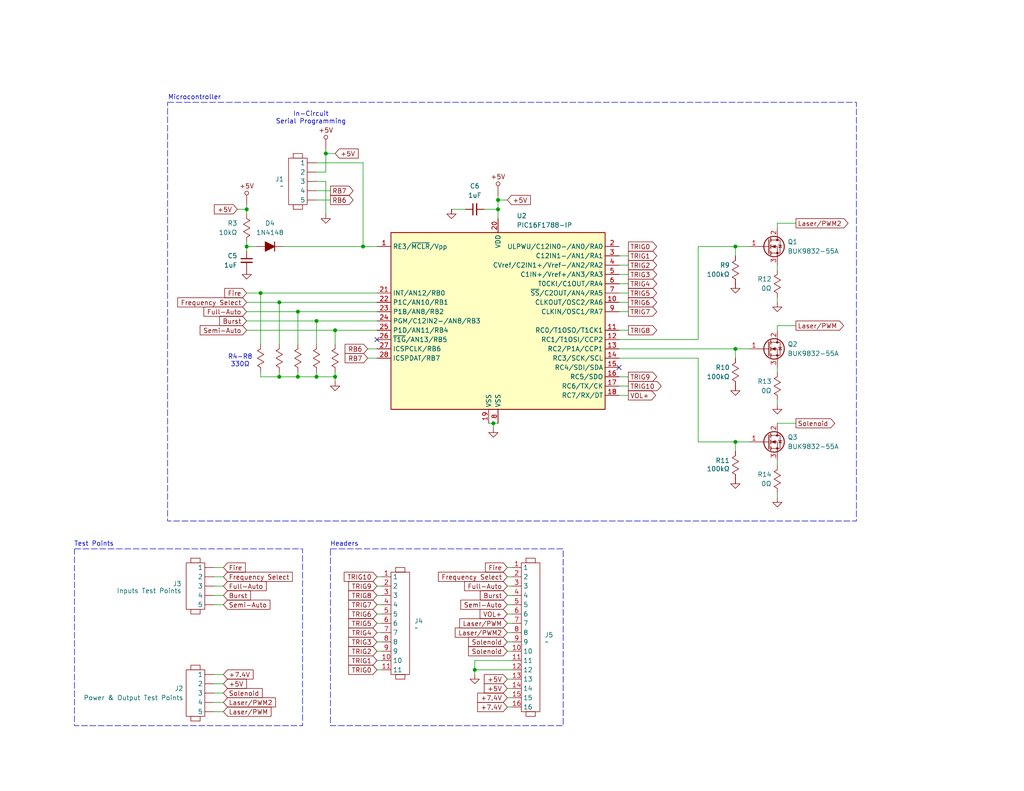
<source format=kicad_sch>
(kicad_sch (version 20231120) (generator "eeschema") (generator_version "8.0")
  (paper "A")
  (title_block (title "Blaster Bottom") (date "2025-04-18") (rev "A") (company "Idaho State University"))
  (lib_symbols
    (symbol "AW_Libraries_Power:GND" (power) (pin_numbers hide) (pin_names (offset 0) hide) (in_bom no) (on_board no)
      (symbol "GND_0_1"
        (polyline (pts (xy -1.27 0) (xy 1.27 0) (xy 0 -1.27) (xy -1.27 0)))
      )
      (symbol "GND_1_1"
        (pin input line (at 0 1.27 270) (length 1.27) (name "GND") (number ""))
      )
    )
    (symbol "Device:C_Small" (pin_numbers hide) (pin_names (offset 0.254) hide)
      (property "Reference" "C" (at 0.254 1.778 0))
      (property "Value" "C_Small" (at 0.254 -2.032 0))
      (symbol "C_Small_0_1"
        (polyline (pts (xy -1.524 -0.508) (xy 1.524 -0.508)) (stroke (width 0.3302)))
        (polyline (pts (xy -1.524 0.508) (xy 1.524 0.508)) (stroke (width 0.3048)))
      )
      (symbol "C_Small_1_1"
        (pin passive line (at 0 2.54 270) (length 2.032) (name "~") (number "1"))
        (pin passive line (at 0 -2.54 90) (length 2.032) (name "~") (number "2"))
      )
    )
    (symbol "Device:D_Filled" (pin_numbers hide) (pin_names (offset 1.016) hide)
      (property "Reference" "D" (at 0 2.54 0))
      (property "Value" "D_Filled" (at 0 -2.54 0))
      (symbol "D_Filled_0_1"
        (polyline (pts (xy -1.27 1.27) (xy -1.27 -1.27)) (stroke (width 0.254)))
        (polyline (pts (xy 1.27 0) (xy -1.27 0)))
        (polyline (pts (xy 1.27 1.27) (xy 1.27 -1.27) (xy -1.27 0) (xy 1.27 1.27)) (stroke (width 0.254)) (fill (type outline)))
      )
      (symbol "D_Filled_1_1"
        (pin passive line (at -3.81 0 0) (length 2.54) (name "K") (number "1"))
        (pin passive line (at 3.81 0 180) (length 2.54) (name "A") (number "2"))
      )
    )
    (symbol "Libraries:+5V" (power) (pin_numbers hide) (pin_names (offset 0)) (in_bom no) (on_board no)
      (symbol "+5V_0_1"
        (circle (center 0 1.905) (radius 0.5236))
      )
      (symbol "+5V_1_0"
        (text "+5V" (at 0 3.81 0) (effects (font (size 1.27 1.27))))
      )
      (symbol "+5V_1_1"
        (pin power_in line (at 0 -1.27 90) (length 2.54) (name "") (number ""))
      )
    )
    (symbol "Libraries:Header_1x11"
      (property "Reference" "J" (at 0 0 0))
      (symbol "Header_1x11_0_1"
        (rectangle (start -2.54 -2.54) (end 2.54 -30.48))
        (rectangle (start -1.27 -30.48) (end 1.27 -31.75))
        (rectangle (start -1.27 -1.27) (end 1.27 -2.54))
      )
      (symbol "Header_1x11_1_1"
        (pin passive line (at -5.08 -3.81 0) (length 2.54) (name "1") (number "1"))
        (pin passive line (at -5.08 -26.67 0) (length 2.54) (name "10") (number "10"))
        (pin passive line (at -5.08 -29.21 0) (length 2.54) (name "11") (number "11"))
        (pin passive line (at -5.08 -6.35 0) (length 2.54) (name "2") (number "2"))
        (pin passive line (at -5.08 -8.89 0) (length 2.54) (name "3") (number "3"))
        (pin passive line (at -5.08 -11.43 0) (length 2.54) (name "4") (number "4"))
        (pin passive line (at -5.08 -13.97 0) (length 2.54) (name "5") (number "5"))
        (pin passive line (at -5.08 -16.51 0) (length 2.54) (name "6") (number "6"))
        (pin passive line (at -5.08 -19.05 0) (length 2.54) (name "7") (number "7"))
        (pin passive line (at -5.08 -21.59 0) (length 2.54) (name "8") (number "8"))
        (pin passive line (at -5.08 -24.13 0) (length 2.54) (name "9") (number "9"))
      )
    )
    (symbol "Libraries:Header_1x16"
      (property "Reference" "J" (at 0 0 0))
      (symbol "Header_1x16_0_1"
        (rectangle (start -2.54 -2.54) (end 2.54 -43.18))
        (rectangle (start -1.27 -43.18) (end 1.27 -44.45))
        (rectangle (start -1.27 -1.27) (end 1.27 -2.54))
      )
      (symbol "Header_1x16_1_1"
        (pin passive line (at -5.08 -3.81 0) (length 2.54) (name "1") (number "1"))
        (pin passive line (at -5.08 -26.67 0) (length 2.54) (name "10") (number "10"))
        (pin passive line (at -5.08 -29.21 0) (length 2.54) (name "11") (number "11"))
        (pin passive line (at -5.08 -31.75 0) (length 2.54) (name "12") (number "12"))
        (pin passive line (at -5.08 -34.29 0) (length 2.54) (name "13") (number "13"))
        (pin passive line (at -5.08 -36.83 0) (length 2.54) (name "14") (number "14"))
        (pin passive line (at -5.08 -39.37 0) (length 2.54) (name "15") (number "15"))
        (pin passive line (at -5.08 -41.91 0) (length 2.54) (name "16") (number "16"))
        (pin passive line (at -5.08 -6.35 0) (length 2.54) (name "2") (number "2"))
        (pin passive line (at -5.08 -8.89 0) (length 2.54) (name "3") (number "3"))
        (pin passive line (at -5.08 -11.43 0) (length 2.54) (name "4") (number "4"))
        (pin passive line (at -5.08 -13.97 0) (length 2.54) (name "5") (number "5"))
        (pin passive line (at -5.08 -16.51 0) (length 2.54) (name "6") (number "6"))
        (pin passive line (at -5.08 -19.05 0) (length 2.54) (name "7") (number "7"))
        (pin passive line (at -5.08 -21.59 0) (length 2.54) (name "8") (number "8"))
        (pin passive line (at -5.08 -24.13 0) (length 2.54) (name "9") (number "9"))
      )
    )
    (symbol "Libraries:Header_1x5" (pin_numbers hide)
      (property "Reference" "J" (at 0 0 0))
      (symbol "Header_1x5_0_1"
        (rectangle (start -2.54 -2.54) (end 2.54 -15.24))
        (rectangle (start -1.27 -15.24) (end 1.27 -16.51))
        (rectangle (start -1.27 -1.27) (end 1.27 -2.54))
      )
      (symbol "Header_1x5_1_1"
        (pin passive line (at -5.08 -3.81 0) (length 2.54) (name "1") (number "1"))
        (pin passive line (at -5.08 -6.35 0) (length 2.54) (name "2") (number "2"))
        (pin passive line (at -5.08 -8.89 0) (length 2.54) (name "3") (number "3"))
        (pin passive line (at -5.08 -11.43 0) (length 2.54) (name "4") (number "4"))
        (pin passive line (at -5.08 -13.97 0) (length 2.54) (name "5") (number "5"))
      )
    )
    (symbol "Libraries:PIC16F883_BIN_ACOUT"
      (property "Reference" "U" (at 0 0 0))
      (property "Value" "PIC16F883-IP" (at 6.096 -2.286 0))
      (symbol "PIC16F883_BIN_ACOUT_0_1"
        (rectangle (start -35.56 -3.81) (end 22.86 -52.07) (stroke (width 0.254)) (fill (type background)))
      )
      (symbol "PIC16F883_BIN_ACOUT_1_1"
        (pin bidirectional line (at -39.37 -7.62 0) (length 3.81) (name "RE3/~{MCLR}/Vpp") (number "1"))
        (pin bidirectional line (at 26.67 -22.86 180) (length 3.81) (name "CLKOUT/OSC2/RA6") (number "10"))
        (pin bidirectional line (at 26.67 -30.48 180) (length 3.81) (name "RC0/T1OSO/T1CK1") (number "11"))
        (pin bidirectional line (at 26.67 -33.02 180) (length 3.81) (name "RC1/T1OSI/CCP2") (number "12"))
        (pin bidirectional line (at 26.67 -35.56 180) (length 3.81) (name "RC2/P1A/CCP1") (number "13"))
        (pin bidirectional line (at 26.67 -38.1 180) (length 3.81) (name "RC3/SCK/SCL") (number "14"))
        (pin bidirectional line (at 26.67 -40.64 180) (length 3.81) (name "RC4/SDI/SDA") (number "15"))
        (pin bidirectional line (at 26.67 -43.18 180) (length 3.81) (name "RC5/SDO") (number "16"))
        (pin bidirectional line (at 26.67 -45.72 180) (length 3.81) (name "RC6/TX/CK") (number "17"))
        (pin bidirectional line (at 26.67 -48.26 180) (length 3.81) (name "RC7/RX/DT") (number "18"))
        (pin power_in line (at -8.89 -55.88 90) (length 3.81) (name "VSS") (number "19"))
        (pin bidirectional line (at 26.67 -7.62 180) (length 3.81) (name "ULPWU/C12IN0-/AN0/RA0") (number "2"))
        (pin power_in line (at -6.35 0 270) (length 3.81) (name "VDD") (number "20"))
        (pin bidirectional line (at -39.37 -20.32 0) (length 3.81) (name "INT/AN12/RB0") (number "21"))
        (pin bidirectional line (at -39.37 -22.86 0) (length 3.81) (name "P1C/AN10/RB1") (number "22"))
        (pin bidirectional line (at -39.37 -25.4 0) (length 3.81) (name "P1B/AN8/RB2") (number "23"))
        (pin bidirectional line (at -39.37 -27.94 0) (length 3.81) (name "PGM/C12IN2-/AN8/RB3") (number "24"))
        (pin bidirectional line (at -39.37 -30.48 0) (length 3.81) (name "P1D/AN11/RB4") (number "25"))
        (pin bidirectional line (at -39.37 -33.02 0) (length 3.81) (name "~{T1G}/AN13/RB5") (number "26"))
        (pin bidirectional line (at -39.37 -35.56 0) (length 3.81) (name "ICSPCLK/RB6") (number "27"))
        (pin bidirectional line (at -39.37 -38.1 0) (length 3.81) (name "ICSPDAT/RB7") (number "28"))
        (pin bidirectional line (at 26.67 -10.16 180) (length 3.81) (name "C12IN1-/AN1/RA1") (number "3"))
        (pin bidirectional line (at 26.67 -12.7 180) (length 3.81) (name "CVref/C2IN1+/Vref-/AN2/RA2") (number "4"))
        (pin bidirectional line (at 26.67 -15.24 180) (length 3.81) (name "C1IN+/Vref+/AN3/RA3") (number "5"))
        (pin bidirectional line (at 26.67 -17.78 180) (length 3.81) (name "T0CKI/C1OUT/RA4") (number "6"))
        (pin bidirectional line (at 26.67 -20.32 180) (length 3.81) (name "~{SS}/C2OUT/AN4/RA5") (number "7"))
        (pin power_in line (at -6.35 -55.88 90) (length 3.81) (name "VSS") (number "8"))
        (pin input line (at 26.67 -25.4 180) (length 3.81) (name "CLKIN/OSC1/RA7") (number "9"))
      )
    )
    (symbol "Libraries:R_Custom" (pin_numbers hide) (pin_names (offset 1.016) hide)
      (property "Reference" "R1" (at 0 6.35 0))
      (property "Value" "RΩ" (at 0 3.81 0))
      (symbol "R_Custom_0_1"
        (polyline (pts (xy -2.54 0) (xy -2.032 0.889) (xy -1.524 0) (xy -1.016 -0.889) (xy -0.508 0) (xy 0 0.889) (xy 0.508 0) (xy 1.016 -0.889) (xy 1.524 0) (xy 2.032 0.889) (xy 2.54 0)))
      )
      (symbol "R_Custom_1_1"
        (pin passive line (at -3.81 0 0) (length 1.27) (name "") (number "1"))
        (pin passive line (at 3.81 0 180) (length 1.27) (name "") (number "2"))
      )
    )
    (symbol "Transistor_FET:BUK7880-55A" (pin_names hide)
      (property "Reference" "Q" (at 5.08 1.905 0))
      (property "Value" "BUK7880-55A" (at 5.08 0 0))
      (symbol "BUK7880-55A_0_1"
        (polyline (pts (xy 0.254 0) (xy -2.54 0)))
        (polyline (pts (xy 0.254 1.905) (xy 0.254 -1.905)) (stroke (width 0.254)))
        (polyline (pts (xy 0.762 -1.27) (xy 0.762 -2.286)) (stroke (width 0.254)))
        (polyline (pts (xy 0.762 0.508) (xy 0.762 -0.508)) (stroke (width 0.254)))
        (polyline (pts (xy 0.762 2.286) (xy 0.762 1.27)) (stroke (width 0.254)))
        (polyline (pts (xy 2.54 2.54) (xy 2.54 1.778)))
        (polyline (pts (xy 2.54 -2.54) (xy 2.54 0) (xy 0.762 0)))
        (polyline (pts (xy 0.762 -1.778) (xy 3.302 -1.778) (xy 3.302 1.778) (xy 0.762 1.778)))
        (polyline (pts (xy 1.016 0) (xy 2.032 0.381) (xy 2.032 -0.381) (xy 1.016 0)) (fill (type outline)))
        (polyline (pts (xy 2.794 0.508) (xy 2.921 0.381) (xy 3.683 0.381) (xy 3.81 0.254)))
        (polyline (pts (xy 3.302 0.381) (xy 2.921 -0.254) (xy 3.683 -0.254) (xy 3.302 0.381)))
        (circle (center 1.651 0) (radius 2.794) (stroke (width 0.254)))
        (circle (center 2.54 -1.778) (radius 0.254) (fill (type outline)))
        (circle (center 2.54 1.778) (radius 0.254) (fill (type outline)))
      )
      (symbol "BUK7880-55A_1_1"
        (pin input line (at -5.08 0 0) (length 2.54) (name "G") (number "1"))
        (pin passive line (at 2.54 5.08 270) (length 2.54) (name "D") (number "2"))
        (pin passive line (at 2.54 -5.08 90) (length 2.54) (name "S") (number "3"))
      )
    )
  )
  (junction (at 71.12 80.01))
  (junction (at 88.9 41.91))
  (junction (at 135.89 54.61))
  (junction (at 200.66 95.25))
  (junction (at 91.44 102.87))
  (junction (at 81.28 102.87))
  (junction (at 134.62 115.57))
  (junction (at 129.54 182.88))
  (junction (at 76.2 102.87))
  (junction (at 86.36 102.87))
  (junction (at 86.36 87.63))
  (junction (at 67.31 67.31))
  (junction (at 200.66 67.31))
  (junction (at 91.44 90.17))
  (junction (at 99.06 67.31))
  (junction (at 76.2 82.55))
  (junction (at 135.89 57.15))
  (junction (at 81.28 85.09))
  (junction (at 67.31 57.15))
  (junction (at 200.66 120.65))
  (no_connect (at 168.91 100.33))
  (no_connect (at 102.87 92.71))
  (wire (pts (xy 200.66 97.79) (xy 200.66 95.25)))
  (wire (pts (xy 60.96 162.56) (xy 58.42 162.56)))
  (wire (pts (xy 212.09 115.57) (xy 217.17 115.57)))
  (wire (pts (xy 138.43 177.8) (xy 139.7 177.8)))
  (wire (pts (xy 138.43 172.72) (xy 139.7 172.72)))
  (wire (pts (xy 67.31 87.63) (xy 86.36 87.63)))
  (wire (pts (xy 138.43 162.56) (xy 139.7 162.56)))
  (wire (pts (xy 138.43 185.42) (xy 139.7 185.42)))
  (wire (pts (xy 88.9 41.91) (xy 88.9 46.99)))
  (wire (pts (xy 100.33 95.25) (xy 102.87 95.25)))
  (wire (pts (xy 102.87 167.64) (xy 104.14 167.64)))
  (wire (pts (xy 71.12 101.6) (xy 71.12 102.87)))
  (wire (pts (xy 67.31 85.09) (xy 81.28 85.09)))
  (wire (pts (xy 67.31 66.04) (xy 67.31 67.31)))
  (wire (pts (xy 91.44 101.6) (xy 91.44 102.87)))
  (wire (pts (xy 138.43 165.1) (xy 139.7 165.1)))
  (wire (pts (xy 171.45 107.95) (xy 168.91 107.95)))
  (wire (pts (xy 217.17 88.9) (xy 212.09 88.9)))
  (wire (pts (xy 60.96 154.94) (xy 58.42 154.94)))
  (wire (pts (xy 129.54 180.34) (xy 129.54 182.88)))
  (wire (pts (xy 135.89 54.61) (xy 135.89 57.15)))
  (wire (pts (xy 212.09 88.9) (xy 212.09 90.17)))
  (wire (pts (xy 171.45 102.87) (xy 168.91 102.87)))
  (wire (pts (xy 86.36 44.45) (xy 99.06 44.45)))
  (wire (pts (xy 86.36 102.87) (xy 91.44 102.87)))
  (wire (pts (xy 132.08 57.15) (xy 135.89 57.15)))
  (wire (pts (xy 102.87 172.72) (xy 104.14 172.72)))
  (wire (pts (xy 190.5 120.65) (xy 200.66 120.65)))
  (wire (pts (xy 135.89 54.61) (xy 138.43 54.61)))
  (wire (pts (xy 134.62 115.57) (xy 135.89 115.57)))
  (wire (pts (xy 171.45 90.17) (xy 168.91 90.17)))
  (wire (pts (xy 135.89 53.34) (xy 135.89 54.61)))
  (wire (pts (xy 86.36 46.99) (xy 88.9 46.99)))
  (wire (pts (xy 58.42 191.77) (xy 60.96 191.77)))
  (wire (pts (xy 212.09 82.55) (xy 212.09 81.28)))
  (wire (pts (xy 64.77 57.15) (xy 67.31 57.15)))
  (wire (pts (xy 138.43 175.26) (xy 139.7 175.26)))
  (wire (pts (xy 138.43 160.02) (xy 139.7 160.02)))
  (wire (pts (xy 138.43 190.5) (xy 139.7 190.5)))
  (wire (pts (xy 69.85 67.31) (xy 67.31 67.31)))
  (wire (pts (xy 71.12 80.01) (xy 102.87 80.01)))
  (wire (pts (xy 200.66 123.19) (xy 200.66 120.65)))
  (wire (pts (xy 67.31 55.88) (xy 67.31 57.15)))
  (wire (pts (xy 171.45 85.09) (xy 168.91 85.09)))
  (wire (pts (xy 212.09 60.96) (xy 212.09 62.23)))
  (wire (pts (xy 217.17 60.96) (xy 212.09 60.96)))
  (wire (pts (xy 88.9 41.91) (xy 91.44 41.91)))
  (wire (pts (xy 138.43 187.96) (xy 139.7 187.96)))
  (wire (pts (xy 102.87 170.18) (xy 104.14 170.18)))
  (wire (pts (xy 171.45 105.41) (xy 168.91 105.41)))
  (wire (pts (xy 168.91 95.25) (xy 200.66 95.25)))
  (wire (pts (xy 171.45 80.01) (xy 168.91 80.01)))
  (wire (pts (xy 200.66 69.85) (xy 200.66 67.31)))
  (wire (pts (xy 99.06 44.45) (xy 99.06 67.31)))
  (wire (pts (xy 102.87 180.34) (xy 104.14 180.34)))
  (wire (pts (xy 212.09 73.66) (xy 212.09 72.39)))
  (wire (pts (xy 81.28 102.87) (xy 81.28 101.6)))
  (wire (pts (xy 102.87 177.8) (xy 104.14 177.8)))
  (wire (pts (xy 171.45 74.93) (xy 168.91 74.93)))
  (wire (pts (xy 102.87 175.26) (xy 104.14 175.26)))
  (wire (pts (xy 71.12 102.87) (xy 76.2 102.87)))
  (wire (pts (xy 190.5 97.79) (xy 190.5 120.65)))
  (wire (pts (xy 102.87 157.48) (xy 104.14 157.48)))
  (wire (pts (xy 76.2 101.6) (xy 76.2 102.87)))
  (wire (pts (xy 60.96 157.48) (xy 58.42 157.48)))
  (wire (pts (xy 102.87 165.1) (xy 104.14 165.1)))
  (wire (pts (xy 138.43 170.18) (xy 139.7 170.18)))
  (wire (pts (xy 200.66 120.65) (xy 204.47 120.65)))
  (wire (pts (xy 212.09 135.89) (xy 212.09 134.62)))
  (wire (pts (xy 67.31 67.31) (xy 67.31 68.58)))
  (wire (pts (xy 86.36 87.63) (xy 102.87 87.63)))
  (wire (pts (xy 81.28 102.87) (xy 86.36 102.87)))
  (wire (pts (xy 123.19 57.15) (xy 127 57.15)))
  (wire (pts (xy 60.96 165.1) (xy 58.42 165.1)))
  (wire (pts (xy 67.31 57.15) (xy 67.31 58.42)))
  (wire (pts (xy 86.36 52.07) (xy 90.17 52.07)))
  (wire (pts (xy 171.45 72.39) (xy 168.91 72.39)))
  (wire (pts (xy 138.43 154.94) (xy 139.7 154.94)))
  (wire (pts (xy 67.31 80.01) (xy 71.12 80.01)))
  (wire (pts (xy 77.47 67.31) (xy 99.06 67.31)))
  (wire (pts (xy 81.28 85.09) (xy 102.87 85.09)))
  (wire (pts (xy 212.09 110.49) (xy 212.09 109.22)))
  (wire (pts (xy 168.91 92.71) (xy 190.5 92.71)))
  (wire (pts (xy 58.42 189.23) (xy 60.96 189.23)))
  (wire (pts (xy 81.28 85.09) (xy 81.28 93.98)))
  (wire (pts (xy 138.43 167.64) (xy 139.7 167.64)))
  (wire (pts (xy 76.2 82.55) (xy 76.2 93.98)))
  (wire (pts (xy 129.54 182.88) (xy 139.7 182.88)))
  (wire (pts (xy 171.45 77.47) (xy 168.91 77.47)))
  (wire (pts (xy 86.36 101.6) (xy 86.36 102.87)))
  (wire (pts (xy 102.87 160.02) (xy 104.14 160.02)))
  (wire (pts (xy 200.66 67.31) (xy 204.47 67.31)))
  (wire (pts (xy 88.9 49.53) (xy 88.9 58.42)))
  (wire (pts (xy 88.9 40.64) (xy 88.9 41.91)))
  (wire (pts (xy 139.7 180.34) (xy 129.54 180.34)))
  (wire (pts (xy 91.44 90.17) (xy 91.44 93.98)))
  (wire (pts (xy 58.42 194.31) (xy 60.96 194.31)))
  (wire (pts (xy 190.5 67.31) (xy 190.5 92.71)))
  (wire (pts (xy 86.36 54.61) (xy 90.17 54.61)))
  (wire (pts (xy 86.36 87.63) (xy 86.36 93.98)))
  (wire (pts (xy 171.45 82.55) (xy 168.91 82.55)))
  (wire (pts (xy 138.43 157.48) (xy 139.7 157.48)))
  (wire (pts (xy 134.62 115.57) (xy 134.62 116.84)))
  (wire (pts (xy 91.44 90.17) (xy 102.87 90.17)))
  (wire (pts (xy 67.31 90.17) (xy 91.44 90.17)))
  (wire (pts (xy 71.12 80.01) (xy 71.12 93.98)))
  (wire (pts (xy 76.2 102.87) (xy 81.28 102.87)))
  (wire (pts (xy 133.35 115.57) (xy 134.62 115.57)))
  (wire (pts (xy 102.87 162.56) (xy 104.14 162.56)))
  (wire (pts (xy 200.66 95.25) (xy 204.47 95.25)))
  (wire (pts (xy 76.2 82.55) (xy 102.87 82.55)))
  (wire (pts (xy 135.89 57.15) (xy 135.89 59.69)))
  (wire (pts (xy 212.09 127) (xy 212.09 125.73)))
  (wire (pts (xy 129.54 182.88) (xy 129.54 184.15)))
  (wire (pts (xy 86.36 49.53) (xy 88.9 49.53)))
  (wire (pts (xy 91.44 104.14) (xy 91.44 102.87)))
  (wire (pts (xy 58.42 186.69) (xy 60.96 186.69)))
  (wire (pts (xy 100.33 97.79) (xy 102.87 97.79)))
  (wire (pts (xy 58.42 184.15) (xy 60.96 184.15)))
  (wire (pts (xy 102.87 182.88) (xy 104.14 182.88)))
  (wire (pts (xy 138.43 193.04) (xy 139.7 193.04)))
  (wire (pts (xy 190.5 97.79) (xy 168.91 97.79)))
  (wire (pts (xy 212.09 101.6) (xy 212.09 100.33)))
  (wire (pts (xy 171.45 69.85) (xy 168.91 69.85)))
  (wire (pts (xy 99.06 67.31) (xy 102.87 67.31)))
  (wire (pts (xy 60.96 160.02) (xy 58.42 160.02)))
  (wire (pts (xy 67.31 82.55) (xy 76.2 82.55)))
  (wire (pts (xy 200.66 67.31) (xy 190.5 67.31)))
  (rectangle (start 45.72 27.94) (end 233.68 142.24) (stroke (width 0) (type dash)))
  (rectangle (start 90.17 149.86) (end 153.67 198.12) (stroke (width 0) (type dash)))
  (rectangle (start 20.32 149.86) (end 82.55 198.12) (stroke (width 0) (type dash)))
  (text "Test Points" (at 25.654 148.59 0) (effects (font (size 1.27 1.27))))
  (text "Headers" (at 93.98 148.59 0) (effects (font (size 1.27 1.27))))
  (text "Microcontroller" (at 53.086 26.67 0) (effects (font (size 1.27 1.27))))
  (text "In-Circuit\nSerial Programming" (at 84.836 32.258 0) (effects (font (size 1.27 1.27))))
  (text "R4-R8\n330Ω" (at 65.532 98.552 0) (effects (font (size 1.27 1.27))))
  (global_label "Semi-Auto" (shape input) (at 138.43 165.1 180) (property "Intersheetrefs" "${INTERSHEET_REFS}" (effects (hide yes))))
  (global_label "Laser{slash}PWM2" (shape input) (at 60.96 191.77 0) (property "Intersheetrefs" "${INTERSHEET_REFS}" (effects (hide yes))))
  (global_label "Frequency Select" (shape input) (at 138.43 157.48 180) (property "Intersheetrefs" "${INTERSHEET_REFS}" (effects (hide yes))))
  (global_label "Laser{slash}PWM" (shape input) (at 60.96 194.31 0) (property "Intersheetrefs" "${INTERSHEET_REFS}" (effects (hide yes))))
  (global_label "Burst" (shape input) (at 67.31 87.63 180) (property "Intersheetrefs" "${INTERSHEET_REFS}" (effects (hide yes))))
  (global_label "TRIG6" (shape output) (at 171.45 82.55 0) (property "Intersheetrefs" "${INTERSHEET_REFS}" (effects (hide yes))))
  (global_label "Semi-Auto" (shape input) (at 60.96 165.1 0) (property "Intersheetrefs" "${INTERSHEET_REFS}" (effects (hide yes))))
  (global_label "TRIG1" (shape output) (at 171.45 69.85 0) (property "Intersheetrefs" "${INTERSHEET_REFS}" (effects (hide yes))))
  (global_label "+5V" (shape input) (at 91.44 41.91 0) (property "Intersheetrefs" "${INTERSHEET_REFS}" (effects (hide yes))))
  (global_label "TRIG2" (shape output) (at 171.45 72.39 0) (property "Intersheetrefs" "${INTERSHEET_REFS}" (effects (hide yes))))
  (global_label "Solenoid" (shape input) (at 60.96 189.23 0) (property "Intersheetrefs" "${INTERSHEET_REFS}" (effects (hide yes))))
  (global_label "TRIG3" (shape output) (at 171.45 74.93 0) (property "Intersheetrefs" "${INTERSHEET_REFS}" (effects (hide yes))))
  (global_label "Semi-Auto" (shape input) (at 67.31 90.17 180) (property "Intersheetrefs" "${INTERSHEET_REFS}" (effects (hide yes))))
  (global_label "TRIG8" (shape input) (at 102.87 162.56 180) (property "Intersheetrefs" "${INTERSHEET_REFS}" (effects (hide yes))))
  (global_label "VOL+" (shape output) (at 171.45 107.95 0) (property "Intersheetrefs" "${INTERSHEET_REFS}" (effects (hide yes))))
  (global_label "RB7" (shape output) (at 90.17 52.07 0) (property "Intersheetrefs" "${INTERSHEET_REFS}" (effects (hide yes))))
  (global_label "TRIG8" (shape output) (at 171.45 90.17 0) (property "Intersheetrefs" "${INTERSHEET_REFS}" (effects (hide yes))))
  (global_label "TRIG2" (shape input) (at 102.87 177.8 180) (property "Intersheetrefs" "${INTERSHEET_REFS}" (effects (hide yes))))
  (global_label "Full-Auto" (shape input) (at 138.43 160.02 180) (property "Intersheetrefs" "${INTERSHEET_REFS}" (effects (hide yes))))
  (global_label "Frequency Select" (shape input) (at 67.31 82.55 180) (property "Intersheetrefs" "${INTERSHEET_REFS}" (effects (hide yes))))
  (global_label "Laser{slash}PWM" (shape input) (at 138.43 170.18 180) (property "Intersheetrefs" "${INTERSHEET_REFS}" (effects (hide yes))))
  (global_label "TRIG5" (shape input) (at 102.87 170.18 180) (property "Intersheetrefs" "${INTERSHEET_REFS}" (effects (hide yes))))
  (global_label "TRIG6" (shape input) (at 102.87 167.64 180) (property "Intersheetrefs" "${INTERSHEET_REFS}" (effects (hide yes))))
  (global_label "Laser{slash}PWM2" (shape input) (at 138.43 172.72 180) (property "Intersheetrefs" "${INTERSHEET_REFS}" (effects (hide yes))))
  (global_label "TRIG10" (shape output) (at 171.45 105.41 0) (property "Intersheetrefs" "${INTERSHEET_REFS}" (effects (hide yes))))
  (global_label "TRIG7" (shape output) (at 171.45 85.09 0) (property "Intersheetrefs" "${INTERSHEET_REFS}" (effects (hide yes))))
  (global_label "+5V" (shape input) (at 138.43 185.42 180) (property "Intersheetrefs" "${INTERSHEET_REFS}" (effects (hide yes))))
  (global_label "TRIG5" (shape output) (at 171.45 80.01 0) (property "Intersheetrefs" "${INTERSHEET_REFS}" (effects (hide yes))))
  (global_label "+7.4V" (shape input) (at 60.96 184.15 0) (property "Intersheetrefs" "${INTERSHEET_REFS}" (effects (hide yes))))
  (global_label "+7.4V" (shape input) (at 138.43 193.04 180) (property "Intersheetrefs" "${INTERSHEET_REFS}" (effects (hide yes))))
  (global_label "+7.4V" (shape input) (at 138.43 190.5 180) (property "Intersheetrefs" "${INTERSHEET_REFS}" (effects (hide yes))))
  (global_label "TRIG9" (shape input) (at 102.87 160.02 180) (property "Intersheetrefs" "${INTERSHEET_REFS}" (effects (hide yes))))
  (global_label "VOL+" (shape input) (at 138.43 167.64 180) (property "Intersheetrefs" "${INTERSHEET_REFS}" (effects (hide yes))))
  (global_label "TRIG9" (shape output) (at 171.45 102.87 0) (property "Intersheetrefs" "${INTERSHEET_REFS}" (effects (hide yes))))
  (global_label "Full-Auto" (shape input) (at 60.96 160.02 0) (property "Intersheetrefs" "${INTERSHEET_REFS}" (effects (hide yes))))
  (global_label "Burst" (shape input) (at 60.96 162.56 0) (property "Intersheetrefs" "${INTERSHEET_REFS}" (effects (hide yes))))
  (global_label "+5V" (shape input) (at 64.77 57.15 180) (property "Intersheetrefs" "${INTERSHEET_REFS}" (effects (hide yes))))
  (global_label "TRIG4" (shape output) (at 171.45 77.47 0) (property "Intersheetrefs" "${INTERSHEET_REFS}" (effects (hide yes))))
  (global_label "TRIG10" (shape input) (at 102.87 157.48 180) (property "Intersheetrefs" "${INTERSHEET_REFS}" (effects (hide yes))))
  (global_label "RB6" (shape input) (at 100.33 95.25 180) (property "Intersheetrefs" "${INTERSHEET_REFS}" (effects (hide yes))))
  (global_label "TRIG0" (shape output) (at 171.45 67.31 0) (property "Intersheetrefs" "${INTERSHEET_REFS}" (effects (hide yes))))
  (global_label "Fire" (shape input) (at 138.43 154.94 180) (property "Intersheetrefs" "${INTERSHEET_REFS}" (effects (hide yes))))
  (global_label "TRIG4" (shape input) (at 102.87 172.72 180) (property "Intersheetrefs" "${INTERSHEET_REFS}" (effects (hide yes))))
  (global_label "+5V" (shape input) (at 138.43 187.96 180) (property "Intersheetrefs" "${INTERSHEET_REFS}" (effects (hide yes))))
  (global_label "RB7" (shape input) (at 100.33 97.79 180) (property "Intersheetrefs" "${INTERSHEET_REFS}" (effects (hide yes))))
  (global_label "Fire" (shape input) (at 67.31 80.01 180) (property "Intersheetrefs" "${INTERSHEET_REFS}" (effects (hide yes))))
  (global_label "Solenoid" (shape input) (at 138.43 175.26 180) (property "Intersheetrefs" "${INTERSHEET_REFS}" (effects (hide yes))))
  (global_label "Laser{slash}PWM" (shape output) (at 217.17 88.9 0) (property "Intersheetrefs" "${INTERSHEET_REFS}" (effects (hide yes))))
  (global_label "Fire" (shape input) (at 60.96 154.94 0) (property "Intersheetrefs" "${INTERSHEET_REFS}" (effects (hide yes))))
  (global_label "+5V" (shape input) (at 60.96 186.69 0) (property "Intersheetrefs" "${INTERSHEET_REFS}" (effects (hide yes))))
  (global_label "TRIG7" (shape input) (at 102.87 165.1 180) (property "Intersheetrefs" "${INTERSHEET_REFS}" (effects (hide yes))))
  (global_label "Frequency Select" (shape input) (at 60.96 157.48 0) (property "Intersheetrefs" "${INTERSHEET_REFS}" (effects (hide yes))))
  (global_label "RB6" (shape output) (at 90.17 54.61 0) (property "Intersheetrefs" "${INTERSHEET_REFS}" (effects (hide yes))))
  (global_label "Laser{slash}PWM2" (shape output) (at 217.17 60.96 0) (property "Intersheetrefs" "${INTERSHEET_REFS}" (effects (hide yes))))
  (global_label "Solenoid" (shape input) (at 138.43 177.8 180) (property "Intersheetrefs" "${INTERSHEET_REFS}" (effects (hide yes))))
  (global_label "+5V" (shape input) (at 138.43 54.61 0) (property "Intersheetrefs" "${INTERSHEET_REFS}" (effects (hide yes))))
  (global_label "TRIG3" (shape input) (at 102.87 175.26 180) (property "Intersheetrefs" "${INTERSHEET_REFS}" (effects (hide yes))))
  (global_label "Burst" (shape input) (at 138.43 162.56 180) (property "Intersheetrefs" "${INTERSHEET_REFS}" (effects (hide yes))))
  (global_label "Solenoid" (shape output) (at 217.17 115.57 0) (property "Intersheetrefs" "${INTERSHEET_REFS}" (effects (hide yes))))
  (global_label "TRIG0" (shape input) (at 102.87 182.88 180) (property "Intersheetrefs" "${INTERSHEET_REFS}" (effects (hide yes))))
  (global_label "TRIG1" (shape input) (at 102.87 180.34 180) (property "Intersheetrefs" "${INTERSHEET_REFS}" (effects (hide yes))))
  (global_label "Full-Auto" (shape input) (at 67.31 85.09 180) (property "Intersheetrefs" "${INTERSHEET_REFS}" (effects (hide yes))))
  (symbol (lib_id "AW_Libraries_Power:GND") (at 212.09 83.82 0) (mirror y) (unit 1) (in_bom no) (on_board no)
    (property "Reference" "#PWR019" (effects (hide yes)))
    (property "Value" "GND" (effects (hide yes)))
  )
  (symbol (lib_id "Libraries:Header_1x5") (at 81.28 40.64 0) (mirror y) (unit 1)
    (property "Reference" "J1" (at 77.47 48.8949 0) (effects (justify left)))
    (property "Value" "~" (at 77.47 50.8 0) (effects (justify left)))
    (property "Footprint" "Connector_PinHeader_2.54mm:PinHeader_1x05_P2.54mm_Vertical" (effects (hide yes)))
  )
  (symbol (lib_id "Transistor_FET:BUK7880-55A") (at 209.55 95.25 0) (unit 1)
    (property "Reference" "Q2" (at 214.884 93.98 0) (effects (justify left)))
    (property "Value" "BUK9832-55A" (at 214.884 96.52 0) (effects (justify left)))
    (property "Footprint" "Package_TO_SOT_SMD:SOT-223-3_TabPin2" (effects (hide yes)))
    (property "Datasheet" "https://assets.nexperia.com/documents/data-sheet/BUK7880-55A.pdf" (effects (hide yes)))
    (property "Description" "7A Id, 55V Vds, N-Channel Enhancement Mode MOSFET, SOT-223" (effects (hide yes)))
  )
  (symbol (lib_id "Libraries:R_Custom") (at 200.66 127 90) (mirror x) (unit 1)
    (property "Reference" "R11" (at 199.136 125.73 90) (effects (justify left)))
    (property "Value" "100kΩ" (at 199.136 128.016 90) (effects (justify left)))
    (property "Footprint" "Resistor_SMD:R_0805_2012Metric_Pad1.20x1.40mm_HandSolder" (effects (hide yes)))
    (property "Description" "Custom Resistor" (effects (hide yes)))
  )
  (symbol (lib_id "AW_Libraries_Power:GND") (at 129.54 185.42 0) (unit 1) (in_bom no) (on_board no)
    (property "Reference" "#PWR013" (effects (hide yes)))
    (property "Value" "GND" (effects (hide yes)))
  )
  (symbol (lib_id "Libraries:Header_1x5") (at 53.34 180.34 0) (mirror y) (unit 1)
    (property "Reference" "J2" (at 50.038 187.96 0) (effects (justify left)))
    (property "Value" "Power & Output Test Points" (at 50.038 190.5 0) (effects (justify left)))
    (property "Footprint" "Connector_PinHeader_2.54mm:PinHeader_1x05_P2.54mm_Vertical" (effects (hide yes)))
  )
  (symbol (lib_id "Libraries:+5V") (at 135.89 52.07 0) (unit 1) (in_bom no) (on_board no)
    (property "Reference" "#+5V04" (effects (hide yes)))
    (property "Value" "+5V" (effects (hide yes)))
  )
  (symbol (lib_id "AW_Libraries_Power:GND") (at 67.31 74.93 0) (mirror y) (unit 1) (in_bom no) (on_board no)
    (property "Reference" "#PWR010" (effects (hide yes)))
    (property "Value" "GND" (effects (hide yes)))
  )
  (symbol (lib_id "Libraries:+5V") (at 67.31 54.61 0) (mirror y) (unit 1) (in_bom no) (on_board no)
    (property "Reference" "#+5V02" (effects (hide yes)))
    (property "Value" "+5V" (effects (hide yes)))
  )
  (symbol (lib_id "AW_Libraries_Power:GND") (at 123.19 58.42 0) (unit 1) (in_bom no) (on_board no)
    (property "Reference" "#PWR014" (effects (hide yes)))
    (property "Value" "GND" (effects (hide yes)))
  )
  (symbol (lib_id "AW_Libraries_Power:GND") (at 134.62 118.11 0) (unit 1) (in_bom no) (on_board no)
    (property "Reference" "#PWR015" (effects (hide yes)))
    (property "Value" "GND" (effects (hide yes)))
  )
  (symbol (lib_id "Device:C_Small") (at 129.54 57.15 90) (unit 1)
    (property "Reference" "C6" (at 129.5463 50.8 90))
    (property "Value" "1uF" (at 129.5463 53.34 90))
    (property "Footprint" "Capacitor_SMD:C_0805_2012Metric_Pad1.18x1.45mm_HandSolder" (effects (hide yes)))
    (property "Description" "Unpolarized capacitor, small symbol" (effects (hide yes)))
  )
  (symbol (lib_id "AW_Libraries_Power:GND") (at 88.9 59.69 0) (unit 1) (in_bom no) (on_board no)
    (property "Reference" "#PWR011" (effects (hide yes)))
    (property "Value" "GND" (effects (hide yes)))
  )
  (symbol (lib_id "AW_Libraries_Power:GND") (at 212.09 111.76 0) (mirror y) (unit 1) (in_bom no) (on_board no)
    (property "Reference" "#PWR020" (effects (hide yes)))
    (property "Value" "GND" (effects (hide yes)))
  )
  (symbol (lib_id "Libraries:R_Custom") (at 81.28 97.79 90) (mirror x) (unit 1)
    (property "Reference" "R6" (effects (hide yes)))
    (property "Value" "330Ω" (effects (hide yes)))
    (property "Footprint" "Resistor_SMD:R_0805_2012Metric_Pad1.20x1.40mm_HandSolder" (effects (hide yes)))
    (property "Description" "Custom Resistor" (effects (hide yes)))
  )
  (symbol (lib_id "Device:C_Small") (at 67.31 71.12 0) (mirror y) (unit 1)
    (property "Reference" "C5" (at 64.77 69.8562 0) (effects (justify left)))
    (property "Value" "1uF" (at 64.77 72.3962 0) (effects (justify left)))
    (property "Footprint" "Capacitor_SMD:C_0805_2012Metric_Pad1.18x1.45mm_HandSolder" (effects (hide yes)))
    (property "Description" "Unpolarized capacitor, small symbol" (effects (hide yes)))
  )
  (symbol (lib_id "Libraries:+5V") (at 88.9 39.37 0) (unit 1) (in_bom no) (on_board no)
    (property "Reference" "#+5V03" (effects (hide yes)))
    (property "Value" "+5V" (effects (hide yes)))
  )
  (symbol (lib_id "Transistor_FET:BUK7880-55A") (at 209.55 120.65 0) (unit 1)
    (property "Reference" "Q3" (at 214.884 119.38 0) (effects (justify left)))
    (property "Value" "BUK9832-55A" (at 214.884 121.92 0) (effects (justify left)))
    (property "Footprint" "Package_TO_SOT_SMD:SOT-223-3_TabPin2" (effects (hide yes)))
    (property "Datasheet" "https://assets.nexperia.com/documents/data-sheet/BUK7880-55A.pdf" (effects (hide yes)))
    (property "Description" "7A Id, 55V Vds, N-Channel Enhancement Mode MOSFET, SOT-223" (effects (hide yes)))
  )
  (symbol (lib_id "Libraries:R_Custom") (at 212.09 130.81 90) (mirror x) (unit 1)
    (property "Reference" "R14" (at 210.566 129.54 90) (effects (justify left)))
    (property "Value" "0Ω" (at 210.566 132.08 90) (effects (justify left)))
    (property "Footprint" "Resistor_SMD:R_0805_2012Metric_Pad1.20x1.40mm_HandSolder" (effects (hide yes)))
    (property "Description" "Custom Resistor" (effects (hide yes)))
  )
  (symbol (lib_id "Libraries:R_Custom") (at 67.31 62.23 270) (mirror x) (unit 1)
    (property "Reference" "R3" (at 64.77 60.9599 90) (effects (justify right)))
    (property "Value" "10kΩ" (at 64.77 63.4999 90) (effects (justify right)))
    (property "Footprint" "Resistor_SMD:R_0805_2012Metric_Pad1.20x1.40mm_HandSolder" (effects (hide yes)))
    (property "Description" "Custom Resistor" (effects (hide yes)))
  )
  (symbol (lib_id "AW_Libraries_Power:GND") (at 200.66 106.68 0) (unit 1) (in_bom no) (on_board no)
    (property "Reference" "#PWR017" (effects (hide yes)))
    (property "Value" "GND" (effects (hide yes)))
  )
  (symbol (lib_id "Libraries:Header_1x11") (at 109.22 153.67 0) (unit 1)
    (property "Reference" "J4" (at 113.03 169.5449 0) (effects (justify left)))
    (property "Value" "~" (at 113.03 171.45 0) (effects (justify left)))
    (property "Footprint" "Connector_PinHeader_2.54mm:PinHeader_1x11_P2.54mm_Vertical" (effects (hide yes)))
  )
  (symbol (lib_id "AW_Libraries_Power:GND") (at 91.44 105.41 0) (unit 1) (in_bom no) (on_board no)
    (property "Reference" "#PWR012" (effects (hide yes)))
    (property "Value" "GND" (effects (hide yes)))
  )
  (symbol (lib_id "Libraries:Header_1x5") (at 53.34 151.13 0) (mirror y) (unit 1)
    (property "Reference" "J3" (at 49.53 159.3849 0) (effects (justify left)))
    (property "Value" "Inputs Test Points" (at 49.53 161.29 0) (effects (justify left)))
    (property "Footprint" "Connector_PinHeader_2.54mm:PinHeader_1x05_P2.54mm_Vertical" (effects (hide yes)))
  )
  (symbol (lib_id "AW_Libraries_Power:GND") (at 200.66 132.08 0) (unit 1) (in_bom no) (on_board no)
    (property "Reference" "#PWR018" (effects (hide yes)))
    (property "Value" "GND" (effects (hide yes)))
  )
  (symbol (lib_id "AW_Libraries_Power:GND") (at 200.66 78.74 0) (unit 1) (in_bom no) (on_board no)
    (property "Reference" "#PWR016" (effects (hide yes)))
    (property "Value" "GND" (effects (hide yes)))
  )
  (symbol (lib_id "AW_Libraries_Power:GND") (at 212.09 137.16 0) (mirror y) (unit 1) (in_bom no) (on_board no)
    (property "Reference" "#PWR021" (effects (hide yes)))
    (property "Value" "GND" (effects (hide yes)))
  )
  (symbol (lib_id "Libraries:R_Custom") (at 200.66 73.66 90) (mirror x) (unit 1)
    (property "Reference" "R9" (at 199.136 72.39 90) (effects (justify left)))
    (property "Value" "100kΩ" (at 199.136 74.93 90) (effects (justify left)))
    (property "Footprint" "Resistor_SMD:R_0805_2012Metric_Pad1.20x1.40mm_HandSolder" (effects (hide yes)))
    (property "Description" "Custom Resistor" (effects (hide yes)))
  )
  (symbol (lib_id "Libraries:R_Custom") (at 71.12 97.79 90) (mirror x) (unit 1)
    (property "Reference" "R4" (effects (hide yes)))
    (property "Value" "330Ω" (effects (hide yes)))
    (property "Footprint" "Resistor_SMD:R_0805_2012Metric_Pad1.20x1.40mm_HandSolder" (effects (hide yes)))
    (property "Description" "Custom Resistor" (effects (hide yes)))
  )
  (symbol (lib_id "Libraries:Header_1x16") (at 144.78 151.13 0) (unit 1)
    (property "Reference" "J5" (at 148.59 173.3549 0) (effects (justify left)))
    (property "Value" "~" (at 148.59 175.26 0) (effects (justify left)))
    (property "Footprint" "Connector_PinHeader_2.54mm:PinHeader_1x16_P2.54mm_Vertical" (effects (hide yes)))
  )
  (symbol (lib_id "Libraries:R_Custom") (at 76.2 97.79 90) (mirror x) (unit 1)
    (property "Reference" "R5" (effects (hide yes)))
    (property "Value" "330Ω" (effects (hide yes)))
    (property "Footprint" "Resistor_SMD:R_0805_2012Metric_Pad1.20x1.40mm_HandSolder" (effects (hide yes)))
    (property "Description" "Custom Resistor" (effects (hide yes)))
  )
  (symbol (lib_id "Libraries:PIC16F883_BIN_ACOUT") (at 142.24 59.69 0) (unit 1)
    (property "Reference" "U2" (at 140.97 58.928 0) (effects (justify left)))
    (property "Value" "PIC16F1788-IP" (at 140.97 61.468 0) (effects (justify left)))
    (property "Footprint" "AlexWheelockFootprintLibrary:SSOP-28" (effects (hide yes)))
    (property "Description" "ABIN-COUT" (effects (hide yes)))
  )
  (symbol (lib_id "Libraries:R_Custom") (at 86.36 97.79 90) (mirror x) (unit 1)
    (property "Reference" "R7" (effects (hide yes)))
    (property "Value" "330Ω" (effects (hide yes)))
    (property "Footprint" "Resistor_SMD:R_0805_2012Metric_Pad1.20x1.40mm_HandSolder" (effects (hide yes)))
    (property "Description" "Custom Resistor" (effects (hide yes)))
  )
  (symbol (lib_id "Libraries:R_Custom") (at 200.66 101.6 90) (mirror x) (unit 1)
    (property "Reference" "R10" (at 199.136 100.33 90) (effects (justify left)))
    (property "Value" "100kΩ" (at 199.136 102.87 90) (effects (justify left)))
    (property "Footprint" "Resistor_SMD:R_0805_2012Metric_Pad1.20x1.40mm_HandSolder" (effects (hide yes)))
    (property "Description" "Custom Resistor" (effects (hide yes)))
  )
  (symbol (lib_id "Libraries:R_Custom") (at 91.44 97.79 90) (mirror x) (unit 1)
    (property "Reference" "R8" (effects (hide yes)))
    (property "Value" "330Ω" (effects (hide yes)))
    (property "Footprint" "Resistor_SMD:R_0805_2012Metric_Pad1.20x1.40mm_HandSolder" (effects (hide yes)))
    (property "Description" "Custom Resistor" (effects (hide yes)))
  )
  (symbol (lib_id "Libraries:R_Custom") (at 212.09 77.47 90) (mirror x) (unit 1)
    (property "Reference" "R12" (at 210.566 76.2 90) (effects (justify left)))
    (property "Value" "0Ω" (at 210.566 78.74 90) (effects (justify left)))
    (property "Footprint" "Resistor_SMD:R_0805_2012Metric_Pad1.20x1.40mm_HandSolder" (effects (hide yes)))
    (property "Description" "Custom Resistor" (effects (hide yes)))
  )
  (symbol (lib_id "Libraries:R_Custom") (at 212.09 105.41 90) (mirror x) (unit 1)
    (property "Reference" "R13" (at 210.566 104.14 90) (effects (justify left)))
    (property "Value" "0Ω" (at 210.566 106.68 90) (effects (justify left)))
    (property "Footprint" "Resistor_SMD:R_0805_2012Metric_Pad1.20x1.40mm_HandSolder" (effects (hide yes)))
    (property "Description" "Custom Resistor" (effects (hide yes)))
  )
  (symbol (lib_id "Transistor_FET:BUK7880-55A") (at 209.55 67.31 0) (unit 1)
    (property "Reference" "Q1" (at 214.884 66.04 0) (effects (justify left)))
    (property "Value" "BUK9832-55A" (at 214.884 68.58 0) (effects (justify left)))
    (property "Footprint" "Package_TO_SOT_SMD:SOT-223-3_TabPin2" (effects (hide yes)))
    (property "Datasheet" "https://assets.nexperia.com/documents/data-sheet/BUK7880-55A.pdf" (effects (hide yes)))
    (property "Description" "7A Id, 55V Vds, N-Channel Enhancement Mode MOSFET, SOT-223" (effects (hide yes)))
  )
  (symbol (lib_id "Device:D_Filled") (at 73.66 67.31 0) (mirror y) (unit 1)
    (property "Reference" "D4" (at 73.66 60.96 0))
    (property "Value" "1N4148" (at 73.66 63.5 0))
    (property "Footprint" "Diode_SMD:D_0805_2012Metric_Pad1.15x1.40mm_HandSolder" (effects (hide yes)))
    (property "Description" "Diode, filled shape" (effects (hide yes)))
    (property "Sim.Device" "D" (effects (hide yes)))
    (property "Sim.Pins" "1=K 2=A" (effects (hide yes)))
  )
)
</source>
